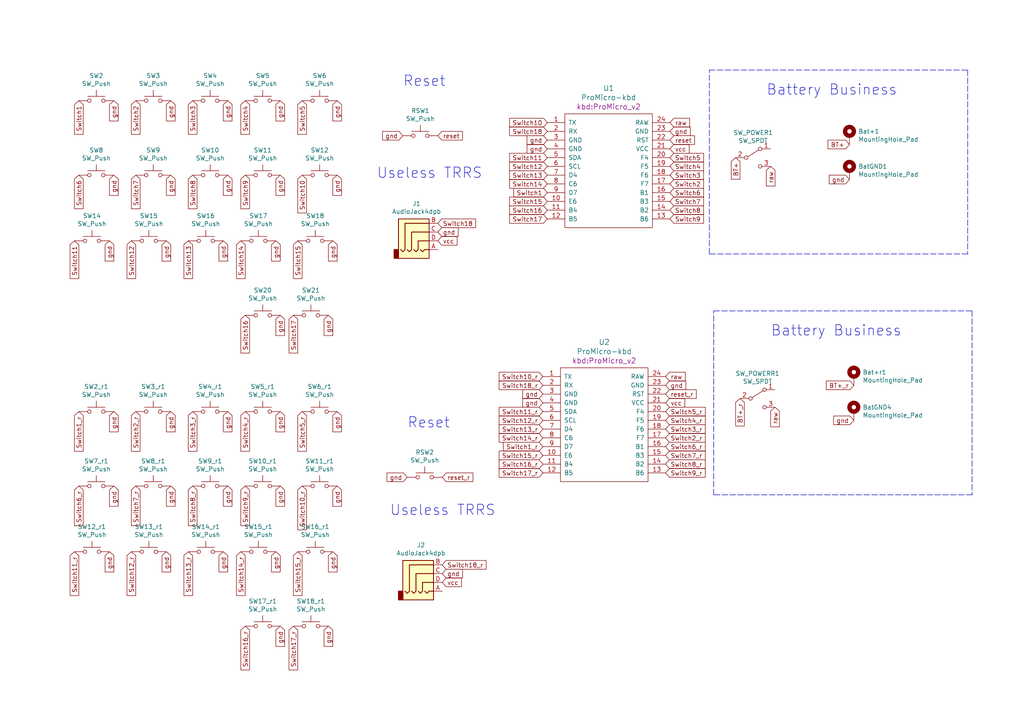
<source format=kicad_sch>
(kicad_sch (version 20211123) (generator eeschema)
  (paper "A4")
  (title_block (title "Card34") (date "2022-04-06") (rev "0.1") (company "desantisb"))
  (lib_symbols
    (symbol "Mechanical:MountingHole_Pad" (pin_numbers hide) (pin_names (offset 1.016) hide)
      (property "Reference" "H" (at 0 6.35 0))
      (property "Value" "MountingHole_Pad" (at 0 4.445 0))
      (symbol "MountingHole_Pad_0_1"
        (circle (center 0 1.27) (radius 1.27) (stroke (width 1.27)))
      )
      (symbol "MountingHole_Pad_1_1"
        (pin input line (at 0 -2.54 90) (length 2.54) (name "1") (number "1"))
      )
    )
    (symbol "Switch:SW_Push" (pin_numbers hide) (pin_names (offset 1.016) hide)
      (property "Reference" "SW" (at 1.27 2.54 0))
      (property "Value" "SW_Push" (at 0 -1.524 0))
      (symbol "SW_Push_0_1"
        (circle (center -2.032 0) (radius 0.508))
        (polyline (pts (xy 0 1.27) (xy 0 3.048)))
        (polyline (pts (xy 2.54 1.27) (xy -2.54 1.27)))
        (circle (center 2.032 0) (radius 0.508))
        (pin passive line (at -5.08 0 0) (length 2.54) (name "1") (number "1"))
        (pin passive line (at 5.08 0 180) (length 2.54) (name "2") (number "2"))
      )
    )
    (symbol "Switch:SW_SPDT" (pin_names (offset 0) hide)
      (property "Reference" "SW" (at 0 4.318 0))
      (property "Value" "SW_SPDT" (at 0 -5.08 0))
      (symbol "SW_SPDT_0_0"
        (circle (center -2.032 0) (radius 0.508))
        (circle (center 2.032 -2.54) (radius 0.508))
      )
      (symbol "SW_SPDT_0_1"
        (polyline (pts (xy -1.524 0.254) (xy 1.651 2.286)))
        (circle (center 2.032 2.54) (radius 0.508))
      )
      (symbol "SW_SPDT_1_1"
        (pin passive line (at 5.08 2.54 180) (length 2.54) (name "A") (number "1"))
        (pin passive line (at -5.08 0 0) (length 2.54) (name "B") (number "2"))
        (pin passive line (at 5.08 -2.54 180) (length 2.54) (name "C") (number "3"))
      )
    )
    (symbol "half-swept-rescue:AudioJack4dpb-tokas_bp"
      (property "Reference" "J" (at 0 8.89 0))
      (property "Value" "AudioJack4dpb-tokas_bp" (at 0 6.35 0))
      (symbol "AudioJack4dpb-tokas_bp_0_1"
        (rectangle (start -6.35 -5.08) (end -7.62 -7.62) (stroke (width 0.254)) (fill (type outline)))
        (polyline (pts (xy 0 -5.08) (xy 0.635 -5.715) (xy 1.27 -5.08) (xy 2.54 -5.08)) (stroke (width 0.254)))
        (polyline (pts (xy -5.715 -5.08) (xy -5.08 -5.715) (xy -4.445 -5.08) (xy -4.445 2.54) (xy 2.54 2.54)) (stroke (width 0.254)))
        (polyline (pts (xy -1.905 -5.08) (xy -1.27 -5.715) (xy -0.635 -5.08) (xy -0.635 -2.54) (xy 2.54 -2.54)) (stroke (width 0.254)))
        (polyline (pts (xy 2.54 0) (xy -2.54 0) (xy -2.54 -5.08) (xy -3.175 -5.715) (xy -3.81 -5.08)) (stroke (width 0.254)))
        (rectangle (start 2.54 3.81) (end -6.35 -7.62) (stroke (width 0.254)) (fill (type background)))
      )
      (symbol "AudioJack4dpb-tokas_bp_1_1"
        (pin passive line (at 5.08 -5.08 180) (length 2.54) (name "~") (number "A"))
        (pin passive line (at 5.08 2.54 180) (length 2.54) (name "~") (number "B"))
        (pin passive line (at 5.08 0 180) (length 2.54) (name "~") (number "C"))
        (pin passive line (at 5.08 -2.54 180) (length 2.54) (name "~") (number "D"))
      )
    )
    (symbol "half-swept-rescue:ProMicro-kbd-bigblackpill-34key-rescue-sweepv2-rescue" (pin_names (offset 1.016))
      (property "Reference" "U" (at 0 24.13 0))
      (property "Value" "ProMicro-kbd-bigblackpill-34key-rescue-sweepv2-rescue" (at 0 -13.97 0))
      (symbol "ProMicro-kbd-bigblackpill-34key-rescue-sweepv2-rescue_0_1"
        (rectangle (start -12.7 21.59) (end 12.7 -11.43))
      )
      (symbol "ProMicro-kbd-bigblackpill-34key-rescue-sweepv2-rescue_1_1"
        (pin bidirectional line (at -17.78 19.05 0) (length 5.08) (name "TX") (number "1"))
        (pin bidirectional line (at -17.78 -3.81 0) (length 5.08) (name "E6") (number "10"))
        (pin bidirectional line (at -17.78 -6.35 0) (length 5.08) (name "B4") (number "11"))
        (pin bidirectional line (at -17.78 -8.89 0) (length 5.08) (name "B5") (number "12"))
        (pin bidirectional line (at 17.78 -8.89 180) (length 5.08) (name "B6") (number "13"))
        (pin bidirectional line (at 17.78 -6.35 180) (length 5.08) (name "B2") (number "14"))
        (pin bidirectional line (at 17.78 -3.81 180) (length 5.08) (name "B3") (number "15"))
        (pin bidirectional line (at 17.78 -1.27 180) (length 5.08) (name "B1") (number "16"))
        (pin bidirectional line (at 17.78 1.27 180) (length 5.08) (name "F7") (number "17"))
        (pin bidirectional line (at 17.78 3.81 180) (length 5.08) (name "F6") (number "18"))
        (pin bidirectional line (at 17.78 6.35 180) (length 5.08) (name "F5") (number "19"))
        (pin bidirectional line (at -17.78 16.51 0) (length 5.08) (name "RX") (number "2"))
        (pin bidirectional line (at 17.78 8.89 180) (length 5.08) (name "F4") (number "20"))
        (pin power_in line (at 17.78 11.43 180) (length 5.08) (name "VCC") (number "21"))
        (pin input line (at 17.78 13.97 180) (length 5.08) (name "RST") (number "22"))
        (pin power_in line (at 17.78 16.51 180) (length 5.08) (name "GND") (number "23"))
        (pin power_out line (at 17.78 19.05 180) (length 5.08) (name "RAW") (number "24"))
        (pin power_in line (at -17.78 13.97 0) (length 5.08) (name "GND") (number "3"))
        (pin power_in line (at -17.78 11.43 0) (length 5.08) (name "GND") (number "4"))
        (pin bidirectional line (at -17.78 8.89 0) (length 5.08) (name "SDA") (number "5"))
        (pin bidirectional line (at -17.78 6.35 0) (length 5.08) (name "SCL") (number "6"))
        (pin bidirectional line (at -17.78 3.81 0) (length 5.08) (name "D4") (number "7"))
        (pin bidirectional line (at -17.78 1.27 0) (length 5.08) (name "C6") (number "8"))
        (pin bidirectional line (at -17.78 -1.27 0) (length 5.08) (name "D7") (number "9"))
      )
    )
  )
  (polyline (pts (xy 281.94 90.17) (xy 281.94 143.51)))
  (polyline (pts (xy 280.67 20.32) (xy 280.67 73.66)))
  (polyline (pts (xy 205.74 73.66) (xy 205.74 20.32)))
  (polyline (pts (xy 281.94 143.51) (xy 207.01 143.51)))
  (polyline (pts (xy 207.01 90.17) (xy 281.94 90.17)))
  (polyline (pts (xy 205.74 20.32) (xy 280.67 20.32)))
  (polyline (pts (xy 280.67 73.66) (xy 205.74 73.66)))
  (polyline (pts (xy 207.01 143.51) (xy 207.01 90.17)))
  (text "Reset" (at 116.84 25.4 0) (effects (font (size 2.9972 2.9972)) (justify left bottom)))
  (text "Battery Business" (at 223.52 97.79 0) (effects (font (size 2.9972 2.9972)) (justify left bottom)))
  (text "Useless TRRS\n" (at 109.22 52.07 0) (effects (font (size 2.9972 2.9972)) (justify left bottom)))
  (text "Battery Business" (at 222.25 27.94 0) (effects (font (size 2.9972 2.9972)) (justify left bottom)))
  (text "Reset" (at 118.11 124.46 0) (effects (font (size 2.9972 2.9972)) (justify left bottom)))
  (text "Useless TRRS\n" (at 113.03 149.86 0) (effects (font (size 2.9972 2.9972)) (justify left bottom)))
  (global_label "Switch10_r" (shape input) (at 157.48 109.22 180) (property "Intersheet References" "${INTERSHEET_REFS}" (effects hide)))
  (global_label "Switch11" (shape input) (at 21.59 69.85 270) (property "Intersheet References" "${INTERSHEET_REFS}" (effects hide)))
  (global_label "Switch9_r" (shape input) (at 71.12 140.97 270) (property "Intersheet References" "${INTERSHEET_REFS}" (effects hide)))
  (global_label "vcc" (shape input) (at 193.04 116.84 0) (property "Intersheet References" "${INTERSHEET_REFS}" (effects hide)))
  (global_label "Switch8_r" (shape input) (at 55.88 140.97 270) (property "Intersheet References" "${INTERSHEET_REFS}" (effects hide)))
  (global_label "gnd" (shape input) (at 128.27 166.37 0) (property "Intersheet References" "${INTERSHEET_REFS}" (effects hide)))
  (global_label "Switch3" (shape input) (at 55.88 29.21 270) (property "Intersheet References" "${INTERSHEET_REFS}" (effects hide)))
  (global_label "gnd" (shape input) (at 33.02 29.21 270) (property "Intersheet References" "${INTERSHEET_REFS}" (effects hide)))
  (global_label "gnd" (shape input) (at 158.75 40.64 180) (property "Intersheet References" "${INTERSHEET_REFS}" (effects hide)))
  (global_label "reset" (shape input) (at 127 39.37 0) (property "Intersheet References" "${INTERSHEET_REFS}" (effects hide)))
  (global_label "Switch7_r" (shape input) (at 193.04 132.08 0) (property "Intersheet References" "${INTERSHEET_REFS}" (effects hide)))
  (global_label "reset" (shape input) (at 194.31 40.64 0) (property "Intersheet References" "${INTERSHEET_REFS}" (effects hide)))
  (global_label "gnd" (shape input) (at 48.26 160.02 270) (property "Intersheet References" "${INTERSHEET_REFS}" (effects hide)))
  (global_label "Switch4_r" (shape input) (at 193.04 121.92 0) (property "Intersheet References" "${INTERSHEET_REFS}" (effects hide)))
  (global_label "Switch17" (shape input) (at 85.09 91.44 270) (property "Intersheet References" "${INTERSHEET_REFS}" (effects hide)))
  (global_label "gnd" (shape input) (at 81.28 50.8 270) (property "Intersheet References" "${INTERSHEET_REFS}" (effects hide)))
  (global_label "raw" (shape input) (at 224.79 118.11 270) (property "Intersheet References" "${INTERSHEET_REFS}" (effects hide)))
  (global_label "Switch12" (shape input) (at 158.75 48.26 180) (property "Intersheet References" "${INTERSHEET_REFS}" (effects hide)))
  (global_label "vcc" (shape input) (at 194.31 43.18 0) (property "Intersheet References" "${INTERSHEET_REFS}" (effects hide)))
  (global_label "Switch16_r" (shape input) (at 71.12 181.61 270) (property "Intersheet References" "${INTERSHEET_REFS}" (effects hide)))
  (global_label "Switch5" (shape input) (at 87.63 29.21 270) (property "Intersheet References" "${INTERSHEET_REFS}" (effects hide)))
  (global_label "Switch14_r" (shape input) (at 157.48 127 180) (property "Intersheet References" "${INTERSHEET_REFS}" (effects hide)))
  (global_label "Switch1_r" (shape input) (at 22.86 119.38 270) (property "Intersheet References" "${INTERSHEET_REFS}" (effects hide)))
  (global_label "gnd" (shape input) (at 48.26 69.85 270) (property "Intersheet References" "${INTERSHEET_REFS}" (effects hide)))
  (global_label "Switch1" (shape input) (at 22.86 29.21 270) (property "Intersheet References" "${INTERSHEET_REFS}" (effects hide)))
  (global_label "Switch18_r" (shape input) (at 157.48 111.76 180) (property "Intersheet References" "${INTERSHEET_REFS}" (effects hide)))
  (global_label "Switch14" (shape input) (at 158.75 53.34 180) (property "Intersheet References" "${INTERSHEET_REFS}" (effects hide)))
  (global_label "Switch6_r" (shape input) (at 22.86 140.97 270) (property "Intersheet References" "${INTERSHEET_REFS}" (effects hide)))
  (global_label "Switch5_r" (shape input) (at 87.63 119.38 270) (property "Intersheet References" "${INTERSHEET_REFS}" (effects hide)))
  (global_label "Switch13" (shape input) (at 158.75 50.8 180) (property "Intersheet References" "${INTERSHEET_REFS}" (effects hide)))
  (global_label "gnd" (shape input) (at 81.28 91.44 270) (property "Intersheet References" "${INTERSHEET_REFS}" (effects hide)))
  (global_label "gnd" (shape input) (at 49.53 119.38 270) (property "Intersheet References" "${INTERSHEET_REFS}" (effects hide)))
  (global_label "Switch11_r" (shape input) (at 21.59 160.02 270) (property "Intersheet References" "${INTERSHEET_REFS}" (effects hide)))
  (global_label "gnd" (shape input) (at 81.28 181.61 270) (property "Intersheet References" "${INTERSHEET_REFS}" (effects hide)))
  (global_label "Switch13" (shape input) (at 54.61 69.85 270) (property "Intersheet References" "${INTERSHEET_REFS}" (effects hide)))
  (global_label "Switch10" (shape input) (at 158.75 35.56 180) (property "Intersheet References" "${INTERSHEET_REFS}" (effects hide)))
  (global_label "Switch14" (shape input) (at 69.85 69.85 270) (property "Intersheet References" "${INTERSHEET_REFS}" (effects hide)))
  (global_label "gnd" (shape input) (at 80.01 160.02 270) (property "Intersheet References" "${INTERSHEET_REFS}" (effects hide)))
  (global_label "gnd" (shape input) (at 127 67.31 0) (property "Intersheet References" "${INTERSHEET_REFS}" (effects hide)))
  (global_label "gnd" (shape input) (at 66.04 50.8 270) (property "Intersheet References" "${INTERSHEET_REFS}" (effects hide)))
  (global_label "Switch8" (shape input) (at 194.31 60.96 0) (property "Intersheet References" "${INTERSHEET_REFS}" (effects hide)))
  (global_label "Switch16" (shape input) (at 71.12 91.44 270) (property "Intersheet References" "${INTERSHEET_REFS}" (effects hide)))
  (global_label "Switch7_r" (shape input) (at 39.37 140.97 270) (property "Intersheet References" "${INTERSHEET_REFS}" (effects hide)))
  (global_label "Switch18_r" (shape input) (at 128.27 163.83 0) (property "Intersheet References" "${INTERSHEET_REFS}" (effects hide)))
  (global_label "Switch7" (shape input) (at 194.31 58.42 0) (property "Intersheet References" "${INTERSHEET_REFS}" (effects hide)))
  (global_label "Switch2" (shape input) (at 39.37 29.21 270) (property "Intersheet References" "${INTERSHEET_REFS}" (effects hide)))
  (global_label "Switch4" (shape input) (at 194.31 48.26 0) (property "Intersheet References" "${INTERSHEET_REFS}" (effects hide)))
  (global_label "Switch10_r" (shape input) (at 87.63 140.97 270) (property "Intersheet References" "${INTERSHEET_REFS}" (effects hide)))
  (global_label "gnd" (shape input) (at 118.11 138.43 180) (property "Intersheet References" "${INTERSHEET_REFS}" (effects hide)))
  (global_label "reset_r" (shape input) (at 128.27 138.43 0) (property "Intersheet References" "${INTERSHEET_REFS}" (effects hide)))
  (global_label "gnd" (shape input) (at 96.52 160.02 270) (property "Intersheet References" "${INTERSHEET_REFS}" (effects hide)))
  (global_label "Switch14_r" (shape input) (at 69.85 160.02 270) (property "Intersheet References" "${INTERSHEET_REFS}" (effects hide)))
  (global_label "Switch12_r" (shape input) (at 157.48 121.92 180) (property "Intersheet References" "${INTERSHEET_REFS}" (effects hide)))
  (global_label "Switch9" (shape input) (at 71.12 50.8 270) (property "Intersheet References" "${INTERSHEET_REFS}" (effects hide)))
  (global_label "Switch1" (shape input) (at 158.75 55.88 180) (property "Intersheet References" "${INTERSHEET_REFS}" (effects hide)))
  (global_label "Switch8" (shape input) (at 55.88 50.8 270) (property "Intersheet References" "${INTERSHEET_REFS}" (effects hide)))
  (global_label "Switch15" (shape input) (at 86.36 69.85 270) (property "Intersheet References" "${INTERSHEET_REFS}" (effects hide)))
  (global_label "Switch17_r" (shape input) (at 85.09 181.61 270) (property "Intersheet References" "${INTERSHEET_REFS}" (effects hide)))
  (global_label "Switch9" (shape input) (at 194.31 63.5 0) (property "Intersheet References" "${INTERSHEET_REFS}" (effects hide)))
  (global_label "vcc" (shape input) (at 128.27 168.91 0) (property "Intersheet References" "${INTERSHEET_REFS}" (effects hide)))
  (global_label "gnd" (shape input) (at 157.48 114.3 180) (property "Intersheet References" "${INTERSHEET_REFS}" (effects hide)))
  (global_label "Switch12" (shape input) (at 38.1 69.85 270) (property "Intersheet References" "${INTERSHEET_REFS}" (effects hide)))
  (global_label "gnd" (shape input) (at 66.04 29.21 270) (property "Intersheet References" "${INTERSHEET_REFS}" (effects hide)))
  (global_label "raw" (shape input) (at 193.04 109.22 0) (property "Intersheet References" "${INTERSHEET_REFS}" (effects hide)))
  (global_label "Switch11_r" (shape input) (at 157.48 119.38 180) (property "Intersheet References" "${INTERSHEET_REFS}" (effects hide)))
  (global_label "Switch3" (shape input) (at 194.31 50.8 0) (property "Intersheet References" "${INTERSHEET_REFS}" (effects hide)))
  (global_label "Switch6" (shape input) (at 194.31 55.88 0) (property "Intersheet References" "${INTERSHEET_REFS}" (effects hide)))
  (global_label "gnd" (shape input) (at 193.04 111.76 0) (property "Intersheet References" "${INTERSHEET_REFS}" (effects hide)))
  (global_label "gnd" (shape input) (at 66.04 140.97 270) (property "Intersheet References" "${INTERSHEET_REFS}" (effects hide)))
  (global_label "gnd" (shape input) (at 97.79 29.21 270) (property "Intersheet References" "${INTERSHEET_REFS}" (effects hide)))
  (global_label "gnd" (shape input) (at 81.28 29.21 270) (property "Intersheet References" "${INTERSHEET_REFS}" (effects hide)))
  (global_label "gnd" (shape input) (at 81.28 140.97 270) (property "Intersheet References" "${INTERSHEET_REFS}" (effects hide)))
  (global_label "gnd" (shape input) (at 33.02 119.38 270) (property "Intersheet References" "${INTERSHEET_REFS}" (effects hide)))
  (global_label "gnd" (shape input) (at 80.01 69.85 270) (property "Intersheet References" "${INTERSHEET_REFS}" (effects hide)))
  (global_label "gnd" (shape input) (at 158.75 43.18 180) (property "Intersheet References" "${INTERSHEET_REFS}" (effects hide)))
  (global_label "BT+_r" (shape input) (at 247.65 111.76 180) (property "Intersheet References" "${INTERSHEET_REFS}" (effects hide)))
  (global_label "Switch15_r" (shape input) (at 86.36 160.02 270) (property "Intersheet References" "${INTERSHEET_REFS}" (effects hide)))
  (global_label "gnd" (shape input) (at 95.25 91.44 270) (property "Intersheet References" "${INTERSHEET_REFS}" (effects hide)))
  (global_label "Switch8_r" (shape input) (at 193.04 134.62 0) (property "Intersheet References" "${INTERSHEET_REFS}" (effects hide)))
  (global_label "gnd" (shape input) (at 64.77 160.02 270) (property "Intersheet References" "${INTERSHEET_REFS}" (effects hide)))
  (global_label "Switch10" (shape input) (at 87.63 50.8 270) (property "Intersheet References" "${INTERSHEET_REFS}" (effects hide)))
  (global_label "gnd" (shape input) (at 97.79 140.97 270) (property "Intersheet References" "${INTERSHEET_REFS}" (effects hide)))
  (global_label "gnd" (shape input) (at 64.77 69.85 270) (property "Intersheet References" "${INTERSHEET_REFS}" (effects hide)))
  (global_label "gnd" (shape input) (at 116.84 39.37 180) (property "Intersheet References" "${INTERSHEET_REFS}" (effects hide)))
  (global_label "gnd" (shape input) (at 49.53 29.21 270) (property "Intersheet References" "${INTERSHEET_REFS}" (effects hide)))
  (global_label "Switch3_r" (shape input) (at 193.04 124.46 0) (property "Intersheet References" "${INTERSHEET_REFS}" (effects hide)))
  (global_label "gnd" (shape input) (at 49.53 140.97 270) (property "Intersheet References" "${INTERSHEET_REFS}" (effects hide)))
  (global_label "gnd" (shape input) (at 246.38 52.07 180) (property "Intersheet References" "${INTERSHEET_REFS}" (effects hide)))
  (global_label "gnd" (shape input) (at 31.75 69.85 270) (property "Intersheet References" "${INTERSHEET_REFS}" (effects hide)))
  (global_label "Switch16" (shape input) (at 158.75 60.96 180) (property "Intersheet References" "${INTERSHEET_REFS}" (effects hide)))
  (global_label "Switch5_r" (shape input) (at 193.04 119.38 0) (property "Intersheet References" "${INTERSHEET_REFS}" (effects hide)))
  (global_label "Switch12_r" (shape input) (at 38.1 160.02 270) (property "Intersheet References" "${INTERSHEET_REFS}" (effects hide)))
  (global_label "gnd" (shape input) (at 97.79 119.38 270) (property "Intersheet References" "${INTERSHEET_REFS}" (effects hide)))
  (global_label "Switch15_r" (shape input) (at 157.48 132.08 180) (property "Intersheet References" "${INTERSHEET_REFS}" (effects hide)))
  (global_label "gnd" (shape input) (at 247.65 121.92 180) (property "Intersheet References" "${INTERSHEET_REFS}" (effects hide)))
  (global_label "gnd" (shape input) (at 49.53 50.8 270) (property "Intersheet References" "${INTERSHEET_REFS}" (effects hide)))
  (global_label "Switch15" (shape input) (at 158.75 58.42 180) (property "Intersheet References" "${INTERSHEET_REFS}" (effects hide)))
  (global_label "BT+" (shape input) (at 213.36 45.72 270) (property "Intersheet References" "${INTERSHEET_REFS}" (effects hide)))
  (global_label "Switch2" (shape input) (at 194.31 53.34 0) (property "Intersheet References" "${INTERSHEET_REFS}" (effects hide)))
  (global_label "gnd" (shape input) (at 95.25 181.61 270) (property "Intersheet References" "${INTERSHEET_REFS}" (effects hide)))
  (global_label "Switch17_r" (shape input) (at 157.48 137.16 180) (property "Intersheet References" "${INTERSHEET_REFS}" (effects hide)))
  (global_label "Switch13_r" (shape input) (at 157.48 124.46 180) (property "Intersheet References" "${INTERSHEET_REFS}" (effects hide)))
  (global_label "gnd" (shape input) (at 97.79 50.8 270) (property "Intersheet References" "${INTERSHEET_REFS}" (effects hide)))
  (global_label "Switch4_r" (shape input) (at 71.12 119.38 270) (property "Intersheet References" "${INTERSHEET_REFS}" (effects hide)))
  (global_label "gnd" (shape input) (at 96.52 69.85 270) (property "Intersheet References" "${INTERSHEET_REFS}" (effects hide)))
  (global_label "Switch7" (shape input) (at 39.37 50.8 270) (property "Intersheet References" "${INTERSHEET_REFS}" (effects hide)))
  (global_label "Switch5" (shape input) (at 194.31 45.72 0) (property "Intersheet References" "${INTERSHEET_REFS}" (effects hide)))
  (global_label "Switch17" (shape input) (at 158.75 63.5 180) (property "Intersheet References" "${INTERSHEET_REFS}" (effects hide)))
  (global_label "Switch13_r" (shape input) (at 54.61 160.02 270) (property "Intersheet References" "${INTERSHEET_REFS}" (effects hide)))
  (global_label "vcc" (shape input) (at 127 69.85 0) (property "Intersheet References" "${INTERSHEET_REFS}" (effects hide)))
  (global_label "gnd" (shape input) (at 31.75 160.02 270) (property "Intersheet References" "${INTERSHEET_REFS}" (effects hide)))
  (global_label "gnd" (shape input) (at 33.02 140.97 270) (property "Intersheet References" "${INTERSHEET_REFS}" (effects hide)))
  (global_label "raw" (shape input) (at 223.52 48.26 270) (property "Intersheet References" "${INTERSHEET_REFS}" (effects hide)))
  (global_label "Switch18" (shape input) (at 127 64.77 0) (property "Intersheet References" "${INTERSHEET_REFS}" (effects hide)))
  (global_label "Switch3_r" (shape input) (at 55.88 119.38 270) (property "Intersheet References" "${INTERSHEET_REFS}" (effects hide)))
  (global_label "Switch4" (shape input) (at 71.12 29.21 270) (property "Intersheet References" "${INTERSHEET_REFS}" (effects hide)))
  (global_label "Switch18" (shape input) (at 158.75 38.1 180) (property "Intersheet References" "${INTERSHEET_REFS}" (effects hide)))
  (global_label "Switch2_r" (shape input) (at 39.37 119.38 270) (property "Intersheet References" "${INTERSHEET_REFS}" (effects hide)))
  (global_label "BT+_r" (shape input) (at 214.63 115.57 270) (property "Intersheet References" "${INTERSHEET_REFS}" (effects hide)))
  (global_label "gnd" (shape input) (at 33.02 50.8 270) (property "Intersheet References" "${INTERSHEET_REFS}" (effects hide)))
  (global_label "Switch16_r" (shape input) (at 157.48 134.62 180) (property "Intersheet References" "${INTERSHEET_REFS}" (effects hide)))
  (global_label "raw" (shape input) (at 194.31 35.56 0) (property "Intersheet References" "${INTERSHEET_REFS}" (effects hide)))
  (global_label "Switch11" (shape input) (at 158.75 45.72 180) (property "Intersheet References" "${INTERSHEET_REFS}" (effects hide)))
  (global_label "gnd" (shape input) (at 81.28 119.38 270) (property "Intersheet References" "${INTERSHEET_REFS}" (effects hide)))
  (global_label "Switch1_r" (shape input) (at 157.48 129.54 180) (property "Intersheet References" "${INTERSHEET_REFS}" (effects hide)))
  (global_label "Switch2_r" (shape input) (at 193.04 127 0) (property "Intersheet References" "${INTERSHEET_REFS}" (effects hide)))
  (global_label "gnd" (shape input) (at 157.48 116.84 180) (property "Intersheet References" "${INTERSHEET_REFS}" (effects hide)))
  (global_label "gnd" (shape input) (at 66.04 119.38 270) (property "Intersheet References" "${INTERSHEET_REFS}" (effects hide)))
  (global_label "Switch6_r" (shape input) (at 193.04 129.54 0) (property "Intersheet References" "${INTERSHEET_REFS}" (effects hide)))
  (global_label "BT+" (shape input) (at 246.38 41.91 180) (property "Intersheet References" "${INTERSHEET_REFS}" (effects hide)))
  (global_label "Switch6" (shape input) (at 22.86 50.8 270) (property "Intersheet References" "${INTERSHEET_REFS}" (effects hide)))
  (global_label "Switch9_r" (shape input) (at 193.04 137.16 0) (property "Intersheet References" "${INTERSHEET_REFS}" (effects hide)))
  (global_label "gnd" (shape input) (at 194.31 38.1 0) (property "Intersheet References" "${INTERSHEET_REFS}" (effects hide)))
  (global_label "reset_r" (shape input) (at 193.04 114.3 0) (property "Intersheet References" "${INTERSHEET_REFS}" (effects hide)))
  (symbol (lib_id "Mechanical:MountingHole_Pad") (at 246.38 39.37 0) (unit 1)
    (property "Reference" "Bat+1" (at 248.92 38.1254 0) (effects (justify left)))
    (property "Value" "MountingHole_Pad" (at 248.92 40.4368 0) (effects (justify left)))
    (property "Footprint" "kbd:1pin_conn" (effects hide))
  )
  (symbol (lib_id "Mechanical:MountingHole_Pad") (at 246.38 49.53 0) (unit 1)
    (property "Reference" "BatGND1" (at 248.92 48.2854 0) (effects (justify left)))
    (property "Value" "MountingHole_Pad" (at 248.92 50.5968 0) (effects (justify left)))
    (property "Footprint" "kbd:1pin_conn" (effects hide))
  )
  (symbol (lib_id "half-swept-rescue:ProMicro-kbd-bigblackpill-34key-rescue-sweepv2-rescue") (at 176.53 54.61 0) (unit 1)
    (property "Reference" "U1" (at 176.53 25.5778 0) (effects (font (size 1.524 1.524))))
    (property "Value" "ProMicro-kbd" (at 176.53 28.2702 0) (effects (font (size 1.524 1.524))))
    (property "Footprint" "kbd:ProMicro_v2" (at 176.53 30.9626 0) (effects (font (size 1.524 1.524))))
  )
  (symbol (lib_id "Switch:SW_Push") (at 27.94 29.21 0) (unit 1)
    (property "Reference" "SW2" (at 27.94 21.971 0))
    (property "Value" "SW_Push" (at 27.94 24.2824 0))
    (property "Footprint" "Kailh:SW_PG1350_rev_DPB" (effects hide))
  )
  (symbol (lib_id "Switch:SW_Push") (at 44.45 29.21 0) (unit 1)
    (property "Reference" "SW3" (at 44.45 21.971 0))
    (property "Value" "SW_Push" (at 44.45 24.2824 0))
    (property "Footprint" "Kailh:SW_PG1350_rev_DPB" (effects hide))
  )
  (symbol (lib_id "Switch:SW_Push") (at 60.96 29.21 0) (unit 1)
    (property "Reference" "SW4" (at 60.96 21.971 0))
    (property "Value" "SW_Push" (at 60.96 24.2824 0))
    (property "Footprint" "Kailh:SW_PG1350_rev_DPB" (effects hide))
  )
  (symbol (lib_id "Switch:SW_Push") (at 76.2 29.21 0) (unit 1)
    (property "Reference" "SW5" (at 76.2 21.971 0))
    (property "Value" "SW_Push" (at 76.2 24.2824 0))
    (property "Footprint" "Kailh:SW_PG1350_rev_DPB" (effects hide))
  )
  (symbol (lib_id "Switch:SW_Push") (at 92.71 29.21 0) (unit 1)
    (property "Reference" "SW6" (at 92.71 21.971 0))
    (property "Value" "SW_Push" (at 92.71 24.2824 0))
    (property "Footprint" "Kailh:SW_PG1350_rev_DPB" (effects hide))
  )
  (symbol (lib_id "Switch:SW_Push") (at 76.2 91.44 0) (unit 1)
    (property "Reference" "SW20" (at 76.2 84.201 0))
    (property "Value" "SW_Push" (at 76.2 86.5124 0))
    (property "Footprint" "Kailh:SW_PG1350_rev_DPB" (effects hide))
  )
  (symbol (lib_id "Switch:SW_Push") (at 90.17 91.44 0) (unit 1)
    (property "Reference" "SW21" (at 90.17 84.201 0))
    (property "Value" "SW_Push" (at 90.17 86.5124 0))
    (property "Footprint" "Kailh:SW_PG1350_rev_DPB" (effects hide))
  )
  (symbol (lib_id "Switch:SW_Push") (at 27.94 50.8 0) (unit 1)
    (property "Reference" "SW8" (at 27.94 43.561 0))
    (property "Value" "SW_Push" (at 27.94 45.8724 0))
    (property "Footprint" "Kailh:SW_PG1350_rev_DPB" (effects hide))
  )
  (symbol (lib_id "Switch:SW_Push") (at 44.45 50.8 0) (unit 1)
    (property "Reference" "SW9" (at 44.45 43.561 0))
    (property "Value" "SW_Push" (at 44.45 45.8724 0))
    (property "Footprint" "Kailh:SW_PG1350_rev_DPB" (effects hide))
  )
  (symbol (lib_id "Switch:SW_Push") (at 60.96 50.8 0) (unit 1)
    (property "Reference" "SW10" (at 60.96 43.561 0))
    (property "Value" "SW_Push" (at 60.96 45.8724 0))
    (property "Footprint" "Kailh:SW_PG1350_rev_DPB" (effects hide))
  )
  (symbol (lib_id "Switch:SW_Push") (at 76.2 50.8 0) (unit 1)
    (property "Reference" "SW11" (at 76.2 43.561 0))
    (property "Value" "SW_Push" (at 76.2 45.8724 0))
    (property "Footprint" "Kailh:SW_PG1350_rev_DPB" (effects hide))
  )
  (symbol (lib_id "Switch:SW_Push") (at 92.71 50.8 0) (unit 1)
    (property "Reference" "SW12" (at 92.71 43.561 0))
    (property "Value" "SW_Push" (at 92.71 45.8724 0))
    (property "Footprint" "Kailh:SW_PG1350_rev_DPB" (effects hide))
  )
  (symbol (lib_id "Switch:SW_Push") (at 26.67 69.85 0) (unit 1)
    (property "Reference" "SW14" (at 26.67 62.611 0))
    (property "Value" "SW_Push" (at 26.67 64.9224 0))
    (property "Footprint" "Kailh:SW_PG1350_rev_DPB" (effects hide))
  )
  (symbol (lib_id "Switch:SW_Push") (at 43.18 69.85 0) (unit 1)
    (property "Reference" "SW15" (at 43.18 62.611 0))
    (property "Value" "SW_Push" (at 43.18 64.9224 0))
    (property "Footprint" "Kailh:SW_PG1350_rev_DPB" (effects hide))
  )
  (symbol (lib_id "Switch:SW_Push") (at 59.69 69.85 0) (unit 1)
    (property "Reference" "SW16" (at 59.69 62.611 0))
    (property "Value" "SW_Push" (at 59.69 64.9224 0))
    (property "Footprint" "Kailh:SW_PG1350_rev_DPB" (effects hide))
  )
  (symbol (lib_id "Switch:SW_Push") (at 74.93 69.85 0) (unit 1)
    (property "Reference" "SW17" (at 74.93 62.611 0))
    (property "Value" "SW_Push" (at 74.93 64.9224 0))
    (property "Footprint" "Kailh:SW_PG1350_rev_DPB" (effects hide))
  )
  (symbol (lib_id "Switch:SW_Push") (at 91.44 69.85 0) (unit 1)
    (property "Reference" "SW18" (at 91.44 62.611 0))
    (property "Value" "SW_Push" (at 91.44 64.9224 0))
    (property "Footprint" "Kailh:SW_PG1350_rev_DPB" (effects hide))
  )
  (symbol (lib_id "Switch:SW_Push") (at 121.92 39.37 0) (unit 1)
    (property "Reference" "RSW1" (at 121.92 32.131 0))
    (property "Value" "SW_Push" (at 121.92 34.4424 0))
    (property "Footprint" "kbd:ResetSW" (effects hide))
  )
  (symbol (lib_id "Switch:SW_SPDT") (at 218.44 45.72 0) (unit 1)
    (property "Reference" "SW_POWER1" (at 218.44 38.481 0))
    (property "Value" "SW_SPDT" (at 218.44 40.7924 0))
    (property "Footprint" "Kailh:SPDT_C128955" (effects hide))
  )
  (symbol (lib_id "half-swept-rescue:AudioJack4dpb-tokas_bp") (at 121.92 67.31 0) (unit 1)
    (property "Reference" "J1" (at 120.8278 59.055 0))
    (property "Value" "AudioJack4dpb" (at 120.8278 61.3664 0))
    (property "Footprint" "kbd:MJ-4PP-9" (effects hide))
  )
  (symbol (lib_id "Switch:SW_Push") (at 27.94 119.38 0) (unit 1)
    (property "Reference" "SW2_r1" (at 27.94 112.141 0))
    (property "Value" "SW_Push" (at 27.94 114.4524 0))
    (property "Footprint" "Kailh:SW_PG1350_rev_DPB" (effects hide))
  )
  (symbol (lib_id "Switch:SW_Push") (at 44.45 119.38 0) (unit 1)
    (property "Reference" "SW3_r1" (at 44.45 112.141 0))
    (property "Value" "SW_Push" (at 44.45 114.4524 0))
    (property "Footprint" "Kailh:SW_PG1350_rev_DPB" (effects hide))
  )
  (symbol (lib_id "Switch:SW_Push") (at 60.96 119.38 0) (unit 1)
    (property "Reference" "SW4_r1" (at 60.96 112.141 0))
    (property "Value" "SW_Push" (at 60.96 114.4524 0))
    (property "Footprint" "Kailh:SW_PG1350_rev_DPB" (effects hide))
  )
  (symbol (lib_id "Switch:SW_Push") (at 76.2 119.38 0) (unit 1)
    (property "Reference" "SW5_r1" (at 76.2 112.141 0))
    (property "Value" "SW_Push" (at 76.2 114.4524 0))
    (property "Footprint" "Kailh:SW_PG1350_rev_DPB" (effects hide))
  )
  (symbol (lib_id "Switch:SW_Push") (at 92.71 119.38 0) (unit 1)
    (property "Reference" "SW6_r1" (at 92.71 112.141 0))
    (property "Value" "SW_Push" (at 92.71 114.4524 0))
    (property "Footprint" "Kailh:SW_PG1350_rev_DPB" (effects hide))
  )
  (symbol (lib_id "Switch:SW_Push") (at 76.2 181.61 0) (unit 1)
    (property "Reference" "SW17_r1" (at 76.2 174.371 0))
    (property "Value" "SW_Push" (at 76.2 176.6824 0))
    (property "Footprint" "Kailh:SW_PG1350_rev_DPB" (effects hide))
  )
  (symbol (lib_id "Switch:SW_Push") (at 90.17 181.61 0) (unit 1)
    (property "Reference" "SW18_r1" (at 90.17 174.371 0))
    (property "Value" "SW_Push" (at 90.17 176.6824 0))
    (property "Footprint" "Kailh:SW_PG1350_rev_DPB" (effects hide))
  )
  (symbol (lib_id "Switch:SW_Push") (at 27.94 140.97 0) (unit 1)
    (property "Reference" "SW7_r1" (at 27.94 133.731 0))
    (property "Value" "SW_Push" (at 27.94 136.0424 0))
    (property "Footprint" "Kailh:SW_PG1350_rev_DPB" (effects hide))
  )
  (symbol (lib_id "Switch:SW_Push") (at 44.45 140.97 0) (unit 1)
    (property "Reference" "SW8_r1" (at 44.45 133.731 0))
    (property "Value" "SW_Push" (at 44.45 136.0424 0))
    (property "Footprint" "Kailh:SW_PG1350_rev_DPB" (effects hide))
  )
  (symbol (lib_id "Switch:SW_Push") (at 60.96 140.97 0) (unit 1)
    (property "Reference" "SW9_r1" (at 60.96 133.731 0))
    (property "Value" "SW_Push" (at 60.96 136.0424 0))
    (property "Footprint" "Kailh:SW_PG1350_rev_DPB" (effects hide))
  )
  (symbol (lib_id "Switch:SW_Push") (at 76.2 140.97 0) (unit 1)
    (property "Reference" "SW10_r1" (at 76.2 133.731 0))
    (property "Value" "SW_Push" (at 76.2 136.0424 0))
    (property "Footprint" "Kailh:SW_PG1350_rev_DPB" (effects hide))
  )
  (symbol (lib_id "Switch:SW_Push") (at 92.71 140.97 0) (unit 1)
    (property "Reference" "SW11_r1" (at 92.71 133.731 0))
    (property "Value" "SW_Push" (at 92.71 136.0424 0))
    (property "Footprint" "Kailh:SW_PG1350_rev_DPB" (effects hide))
  )
  (symbol (lib_id "Switch:SW_Push") (at 26.67 160.02 0) (unit 1)
    (property "Reference" "SW12_r1" (at 26.67 152.781 0))
    (property "Value" "SW_Push" (at 26.67 155.0924 0))
    (property "Footprint" "Kailh:SW_PG1350_rev_DPB" (effects hide))
  )
  (symbol (lib_id "Switch:SW_Push") (at 43.18 160.02 0) (unit 1)
    (property "Reference" "SW13_r1" (at 43.18 152.781 0))
    (property "Value" "SW_Push" (at 43.18 155.0924 0))
    (property "Footprint" "Kailh:SW_PG1350_rev_DPB" (effects hide))
  )
  (symbol (lib_id "Switch:SW_Push") (at 59.69 160.02 0) (unit 1)
    (property "Reference" "SW14_r1" (at 59.69 152.781 0))
    (property "Value" "SW_Push" (at 59.69 155.0924 0))
    (property "Footprint" "Kailh:SW_PG1350_rev_DPB" (effects hide))
  )
  (symbol (lib_id "Switch:SW_Push") (at 74.93 160.02 0) (unit 1)
    (property "Reference" "SW15_r1" (at 74.93 152.781 0))
    (property "Value" "SW_Push" (at 74.93 155.0924 0))
    (property "Footprint" "Kailh:SW_PG1350_rev_DPB" (effects hide))
  )
  (symbol (lib_id "Switch:SW_Push") (at 91.44 160.02 0) (unit 1)
    (property "Reference" "SW16_r1" (at 91.44 152.781 0))
    (property "Value" "SW_Push" (at 91.44 155.0924 0))
    (property "Footprint" "Kailh:SW_PG1350_rev_DPB" (effects hide))
  )
  (symbol (lib_id "half-swept-rescue:ProMicro-kbd-bigblackpill-34key-rescue-sweepv2-rescue") (at 175.26 128.27 0) (unit 1)
    (property "Reference" "U2" (at 175.26 99.2378 0) (effects (font (size 1.524 1.524))))
    (property "Value" "ProMicro-kbd" (at 175.26 101.9302 0) (effects (font (size 1.524 1.524))))
    (property "Footprint" "kbd:ProMicro_v2" (at 175.26 104.6226 0) (effects (font (size 1.524 1.524))))
  )
  (symbol (lib_id "Switch:SW_Push") (at 123.19 138.43 0) (unit 1)
    (property "Reference" "RSW2" (at 123.19 131.191 0))
    (property "Value" "SW_Push" (at 123.19 133.5024 0))
    (property "Footprint" "kbd:ResetSW" (effects hide))
  )
  (symbol (lib_id "half-swept-rescue:AudioJack4dpb-tokas_bp") (at 123.19 166.37 0) (unit 1)
    (property "Reference" "J2" (at 122.0978 158.115 0))
    (property "Value" "AudioJack4dpb" (at 122.0978 160.4264 0))
    (property "Footprint" "kbd:MJ-4PP-9" (effects hide))
  )
  (symbol (lib_id "Switch:SW_SPDT") (at 219.71 115.57 0) (unit 1)
    (property "Reference" "SW_POWERR1" (at 219.71 108.331 0))
    (property "Value" "SW_SPDT" (at 219.71 110.6424 0))
    (property "Footprint" "Kailh:SPDT_C128955" (effects hide))
  )
  (symbol (lib_id "Mechanical:MountingHole_Pad") (at 247.65 109.22 0) (unit 1)
    (property "Reference" "Bat+r1" (at 250.19 107.9754 0) (effects (justify left)))
    (property "Value" "MountingHole_Pad" (at 250.19 110.2868 0) (effects (justify left)))
    (property "Footprint" "kbd:1pin_conn" (effects hide))
  )
  (symbol (lib_id "Mechanical:MountingHole_Pad") (at 247.65 119.38 0) (unit 1)
    (property "Reference" "BatGND4" (at 250.19 118.1354 0) (effects (justify left)))
    (property "Value" "MountingHole_Pad" (at 250.19 120.4468 0) (effects (justify left)))
    (property "Footprint" "kbd:1pin_conn" (effects hide))
  )
)
</source>
